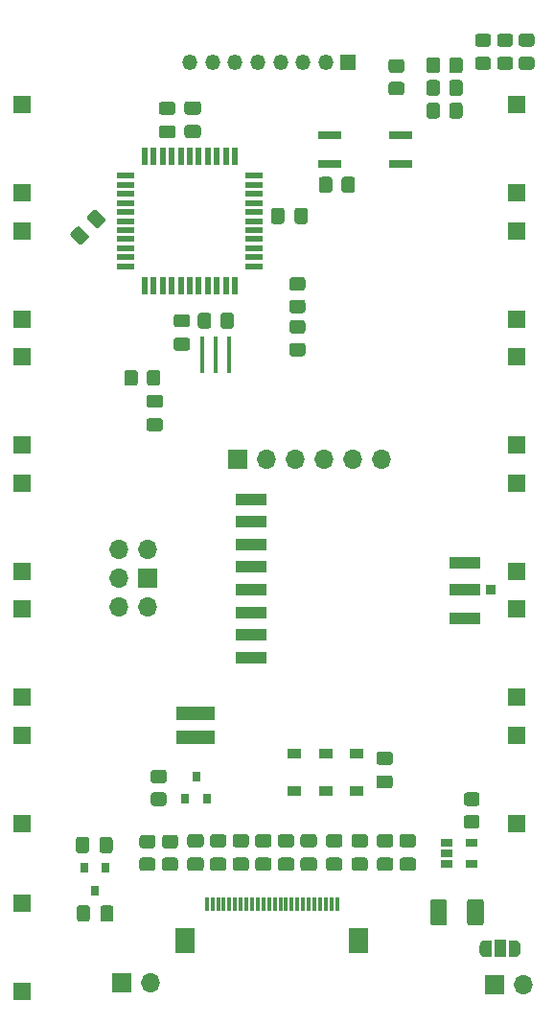
<source format=gbr>
%TF.GenerationSoftware,KiCad,Pcbnew,(5.1.9)-1*%
%TF.CreationDate,2021-02-20T13:35:58+01:00*%
%TF.ProjectId,HB-RC-12-EP-2,48422d52-432d-4313-922d-45502d322e6b,rev?*%
%TF.SameCoordinates,Original*%
%TF.FileFunction,Soldermask,Top*%
%TF.FilePolarity,Negative*%
%FSLAX46Y46*%
G04 Gerber Fmt 4.6, Leading zero omitted, Abs format (unit mm)*
G04 Created by KiCad (PCBNEW (5.1.9)-1) date 2021-02-20 13:35:58*
%MOMM*%
%LPD*%
G01*
G04 APERTURE LIST*
%ADD10O,1.350000X1.350000*%
%ADD11R,1.350000X1.350000*%
%ADD12R,1.000000X1.500000*%
%ADD13C,0.100000*%
%ADD14R,1.500000X0.550000*%
%ADD15R,0.550000X1.500000*%
%ADD16R,1.200000X0.900000*%
%ADD17R,0.300000X1.300000*%
%ADD18R,1.800000X2.200000*%
%ADD19R,2.000000X0.640000*%
%ADD20R,1.060000X0.650000*%
%ADD21R,0.800000X0.900000*%
%ADD22R,2.750000X1.000000*%
%ADD23R,1.500000X1.500000*%
%ADD24R,0.400000X3.200000*%
%ADD25R,3.400000X1.300000*%
%ADD26O,1.700000X1.700000*%
%ADD27R,1.700000X1.700000*%
%ADD28R,0.850000X0.850000*%
G04 APERTURE END LIST*
%TO.C,R10*%
G36*
G01*
X134799999Y-78150000D02*
X135700001Y-78150000D01*
G75*
G02*
X135950000Y-78399999I0J-249999D01*
G01*
X135950000Y-79100001D01*
G75*
G02*
X135700001Y-79350000I-249999J0D01*
G01*
X134799999Y-79350000D01*
G75*
G02*
X134550000Y-79100001I0J249999D01*
G01*
X134550000Y-78399999D01*
G75*
G02*
X134799999Y-78150000I249999J0D01*
G01*
G37*
G36*
G01*
X134799999Y-76150000D02*
X135700001Y-76150000D01*
G75*
G02*
X135950000Y-76399999I0J-249999D01*
G01*
X135950000Y-77100001D01*
G75*
G02*
X135700001Y-77350000I-249999J0D01*
G01*
X134799999Y-77350000D01*
G75*
G02*
X134550000Y-77100001I0J249999D01*
G01*
X134550000Y-76399999D01*
G75*
G02*
X134799999Y-76150000I249999J0D01*
G01*
G37*
%TD*%
D10*
%TO.C,K1*%
X117000000Y-76400000D03*
X119000000Y-76400000D03*
X121000000Y-76400000D03*
X123000000Y-76400000D03*
X125000000Y-76400000D03*
X127000000Y-76400000D03*
X129000000Y-76400000D03*
D11*
X131000000Y-76400000D03*
%TD*%
D12*
%TO.C,JP1*%
X144400000Y-154700000D03*
D13*
G36*
X145700000Y-153950602D02*
G01*
X145724534Y-153950602D01*
X145773365Y-153955412D01*
X145821490Y-153964984D01*
X145868445Y-153979228D01*
X145913778Y-153998005D01*
X145957051Y-154021136D01*
X145997850Y-154048396D01*
X146035779Y-154079524D01*
X146070476Y-154114221D01*
X146101604Y-154152150D01*
X146128864Y-154192949D01*
X146151995Y-154236222D01*
X146170772Y-154281555D01*
X146185016Y-154328510D01*
X146194588Y-154376635D01*
X146199398Y-154425466D01*
X146199398Y-154450000D01*
X146200000Y-154450000D01*
X146200000Y-154950000D01*
X146199398Y-154950000D01*
X146199398Y-154974534D01*
X146194588Y-155023365D01*
X146185016Y-155071490D01*
X146170772Y-155118445D01*
X146151995Y-155163778D01*
X146128864Y-155207051D01*
X146101604Y-155247850D01*
X146070476Y-155285779D01*
X146035779Y-155320476D01*
X145997850Y-155351604D01*
X145957051Y-155378864D01*
X145913778Y-155401995D01*
X145868445Y-155420772D01*
X145821490Y-155435016D01*
X145773365Y-155444588D01*
X145724534Y-155449398D01*
X145700000Y-155449398D01*
X145700000Y-155450000D01*
X145150000Y-155450000D01*
X145150000Y-153950000D01*
X145700000Y-153950000D01*
X145700000Y-153950602D01*
G37*
G36*
X143650000Y-155450000D02*
G01*
X143100000Y-155450000D01*
X143100000Y-155449398D01*
X143075466Y-155449398D01*
X143026635Y-155444588D01*
X142978510Y-155435016D01*
X142931555Y-155420772D01*
X142886222Y-155401995D01*
X142842949Y-155378864D01*
X142802150Y-155351604D01*
X142764221Y-155320476D01*
X142729524Y-155285779D01*
X142698396Y-155247850D01*
X142671136Y-155207051D01*
X142648005Y-155163778D01*
X142629228Y-155118445D01*
X142614984Y-155071490D01*
X142605412Y-155023365D01*
X142600602Y-154974534D01*
X142600602Y-154950000D01*
X142600000Y-154950000D01*
X142600000Y-154450000D01*
X142600602Y-154450000D01*
X142600602Y-154425466D01*
X142605412Y-154376635D01*
X142614984Y-154328510D01*
X142629228Y-154281555D01*
X142648005Y-154236222D01*
X142671136Y-154192949D01*
X142698396Y-154152150D01*
X142729524Y-154114221D01*
X142764221Y-154079524D01*
X142802150Y-154048396D01*
X142842949Y-154021136D01*
X142886222Y-153998005D01*
X142931555Y-153979228D01*
X142978510Y-153964984D01*
X143026635Y-153955412D01*
X143075466Y-153950602D01*
X143100000Y-153950602D01*
X143100000Y-153950000D01*
X143650000Y-153950000D01*
X143650000Y-155450000D01*
G37*
%TD*%
%TO.C,C17*%
G36*
G01*
X107346121Y-90982517D02*
X108017483Y-91653879D01*
G75*
G02*
X108017483Y-92007821I-176971J-176971D01*
G01*
X107540575Y-92484729D01*
G75*
G02*
X107186633Y-92484729I-176971J176971D01*
G01*
X106515271Y-91813367D01*
G75*
G02*
X106515271Y-91459425I176971J176971D01*
G01*
X106992179Y-90982517D01*
G75*
G02*
X107346121Y-90982517I176971J-176971D01*
G01*
G37*
G36*
G01*
X108813173Y-89515076D02*
X109484924Y-90186827D01*
G75*
G02*
X109484924Y-90540381I-176777J-176777D01*
G01*
X109007627Y-91017678D01*
G75*
G02*
X108654073Y-91017678I-176777J176777D01*
G01*
X107982322Y-90345927D01*
G75*
G02*
X107982322Y-89992373I176777J176777D01*
G01*
X108459619Y-89515076D01*
G75*
G02*
X108813173Y-89515076I176777J-176777D01*
G01*
G37*
%TD*%
D14*
%TO.C,U1*%
X111300000Y-94450000D03*
X111300000Y-93650000D03*
X111300000Y-92850000D03*
X111300000Y-92050000D03*
X111300000Y-91250000D03*
X111300000Y-90450000D03*
X111300000Y-89650000D03*
X111300000Y-88850000D03*
X111300000Y-88050000D03*
X111300000Y-87250000D03*
X111300000Y-86450000D03*
D15*
X113000000Y-84750000D03*
X113800000Y-84750000D03*
X114600000Y-84750000D03*
X115400000Y-84750000D03*
X116200000Y-84750000D03*
X117000000Y-84750000D03*
X117800000Y-84750000D03*
X118600000Y-84750000D03*
X119400000Y-84750000D03*
X120200000Y-84750000D03*
X121000000Y-84750000D03*
D14*
X122700000Y-86450000D03*
X122700000Y-87250000D03*
X122700000Y-88050000D03*
X122700000Y-88850000D03*
X122700000Y-89650000D03*
X122700000Y-90450000D03*
X122700000Y-91250000D03*
X122700000Y-92050000D03*
X122700000Y-92850000D03*
X122700000Y-93650000D03*
X122700000Y-94450000D03*
D15*
X121000000Y-96150000D03*
X120200000Y-96150000D03*
X119400000Y-96150000D03*
X118600000Y-96150000D03*
X117800000Y-96150000D03*
X117000000Y-96150000D03*
X116200000Y-96150000D03*
X115400000Y-96150000D03*
X114600000Y-96150000D03*
X113800000Y-96150000D03*
X113000000Y-96150000D03*
%TD*%
%TO.C,R8*%
G36*
G01*
X114700001Y-140100000D02*
X113799999Y-140100000D01*
G75*
G02*
X113550000Y-139850001I0J249999D01*
G01*
X113550000Y-139149999D01*
G75*
G02*
X113799999Y-138900000I249999J0D01*
G01*
X114700001Y-138900000D01*
G75*
G02*
X114950000Y-139149999I0J-249999D01*
G01*
X114950000Y-139850001D01*
G75*
G02*
X114700001Y-140100000I-249999J0D01*
G01*
G37*
G36*
G01*
X114700001Y-142100000D02*
X113799999Y-142100000D01*
G75*
G02*
X113550000Y-141850001I0J249999D01*
G01*
X113550000Y-141149999D01*
G75*
G02*
X113799999Y-140900000I249999J0D01*
G01*
X114700001Y-140900000D01*
G75*
G02*
X114950000Y-141149999I0J-249999D01*
G01*
X114950000Y-141850001D01*
G75*
G02*
X114700001Y-142100000I-249999J0D01*
G01*
G37*
%TD*%
%TO.C,R8-2*%
G36*
G01*
X113700001Y-145850000D02*
X112799999Y-145850000D01*
G75*
G02*
X112550000Y-145600001I0J249999D01*
G01*
X112550000Y-144899999D01*
G75*
G02*
X112799999Y-144650000I249999J0D01*
G01*
X113700001Y-144650000D01*
G75*
G02*
X113950000Y-144899999I0J-249999D01*
G01*
X113950000Y-145600001D01*
G75*
G02*
X113700001Y-145850000I-249999J0D01*
G01*
G37*
G36*
G01*
X113700001Y-147850000D02*
X112799999Y-147850000D01*
G75*
G02*
X112550000Y-147600001I0J249999D01*
G01*
X112550000Y-146899999D01*
G75*
G02*
X112799999Y-146650000I249999J0D01*
G01*
X113700001Y-146650000D01*
G75*
G02*
X113950000Y-146899999I0J-249999D01*
G01*
X113950000Y-147600001D01*
G75*
G02*
X113700001Y-147850000I-249999J0D01*
G01*
G37*
%TD*%
%TO.C,C4*%
G36*
G01*
X123975000Y-145762500D02*
X123025000Y-145762500D01*
G75*
G02*
X122775000Y-145512500I0J250000D01*
G01*
X122775000Y-144837500D01*
G75*
G02*
X123025000Y-144587500I250000J0D01*
G01*
X123975000Y-144587500D01*
G75*
G02*
X124225000Y-144837500I0J-250000D01*
G01*
X124225000Y-145512500D01*
G75*
G02*
X123975000Y-145762500I-250000J0D01*
G01*
G37*
G36*
G01*
X123975000Y-147837500D02*
X123025000Y-147837500D01*
G75*
G02*
X122775000Y-147587500I0J250000D01*
G01*
X122775000Y-146912500D01*
G75*
G02*
X123025000Y-146662500I250000J0D01*
G01*
X123975000Y-146662500D01*
G75*
G02*
X124225000Y-146912500I0J-250000D01*
G01*
X124225000Y-147587500D01*
G75*
G02*
X123975000Y-147837500I-250000J0D01*
G01*
G37*
%TD*%
D16*
%TO.C,D5*%
X131750000Y-140750000D03*
X131750000Y-137450000D03*
%TD*%
%TO.C,D4*%
X129000000Y-137450000D03*
X129000000Y-140750000D03*
%TD*%
D17*
%TO.C,J3*%
X130000000Y-150750000D03*
X129500000Y-150750000D03*
X129000000Y-150750000D03*
X128500000Y-150750000D03*
X128000000Y-150750000D03*
X127500000Y-150750000D03*
X127000000Y-150750000D03*
X126500000Y-150750000D03*
X126000000Y-150750000D03*
X125500000Y-150750000D03*
X125000000Y-150750000D03*
X124500000Y-150750000D03*
X124000000Y-150750000D03*
X123500000Y-150750000D03*
X123000000Y-150750000D03*
X122500000Y-150750000D03*
X122000000Y-150750000D03*
X121500000Y-150750000D03*
X121000000Y-150750000D03*
X120500000Y-150750000D03*
X120000000Y-150750000D03*
X119500000Y-150750000D03*
X119000000Y-150750000D03*
X118500000Y-150750000D03*
D18*
X116600000Y-154000000D03*
X131900000Y-154000000D03*
%TD*%
%TO.C,R12*%
G36*
G01*
X118900000Y-98799999D02*
X118900000Y-99700001D01*
G75*
G02*
X118650001Y-99950000I-249999J0D01*
G01*
X117949999Y-99950000D01*
G75*
G02*
X117700000Y-99700001I0J249999D01*
G01*
X117700000Y-98799999D01*
G75*
G02*
X117949999Y-98550000I249999J0D01*
G01*
X118650001Y-98550000D01*
G75*
G02*
X118900000Y-98799999I0J-249999D01*
G01*
G37*
G36*
G01*
X120900000Y-98799999D02*
X120900000Y-99700001D01*
G75*
G02*
X120650001Y-99950000I-249999J0D01*
G01*
X119949999Y-99950000D01*
G75*
G02*
X119700000Y-99700001I0J249999D01*
G01*
X119700000Y-98799999D01*
G75*
G02*
X119949999Y-98550000I249999J0D01*
G01*
X120650001Y-98550000D01*
G75*
G02*
X120900000Y-98799999I0J-249999D01*
G01*
G37*
%TD*%
D19*
%TO.C,U5*%
X129350000Y-85370000D03*
X129350000Y-82830000D03*
X135650000Y-82830000D03*
X135650000Y-85370000D03*
%TD*%
D20*
%TO.C,U4*%
X141900000Y-145350000D03*
X141900000Y-147250000D03*
X139700000Y-147250000D03*
X139700000Y-146300000D03*
X139700000Y-145350000D03*
%TD*%
D21*
%TO.C,U3*%
X108600000Y-149550000D03*
X107650000Y-147550000D03*
X109550000Y-147550000D03*
%TD*%
D22*
%TO.C,U2*%
X122400000Y-129000000D03*
X122400000Y-127000000D03*
X122400000Y-125000000D03*
X141300000Y-125500000D03*
X122400000Y-123000000D03*
X141300000Y-123000000D03*
X122400000Y-121000000D03*
X141300000Y-120600000D03*
X122400000Y-119000000D03*
X122400000Y-117000000D03*
X122400000Y-115000000D03*
%TD*%
D23*
%TO.C,SW13*%
X102150000Y-150650000D03*
X102150000Y-158450000D03*
%TD*%
%TO.C,SW12*%
X145850000Y-135830000D03*
X145850000Y-143630000D03*
%TD*%
%TO.C,SW11*%
X145850000Y-132500000D03*
X145850000Y-124700000D03*
%TD*%
%TO.C,SW10*%
X145850000Y-113570000D03*
X145850000Y-121370000D03*
%TD*%
%TO.C,SW9*%
X145850000Y-102440000D03*
X145850000Y-110240000D03*
%TD*%
%TO.C,SW8*%
X145850000Y-91310000D03*
X145850000Y-99110000D03*
%TD*%
%TO.C,SW7*%
X145850000Y-87980000D03*
X145850000Y-80180000D03*
%TD*%
%TO.C,SW6*%
X102150000Y-135850000D03*
X102150000Y-143650000D03*
%TD*%
%TO.C,SW5*%
X102150000Y-124700000D03*
X102150000Y-132500000D03*
%TD*%
%TO.C,SW4*%
X102150000Y-113570000D03*
X102150000Y-121370000D03*
%TD*%
%TO.C,SW3*%
X102150000Y-102440000D03*
X102150000Y-110240000D03*
%TD*%
%TO.C,SW2*%
X102150000Y-91310000D03*
X102150000Y-99110000D03*
%TD*%
%TO.C,SW1*%
X102150000Y-80180000D03*
X102150000Y-87980000D03*
%TD*%
%TO.C,R8-1*%
G36*
G01*
X115700001Y-145850000D02*
X114799999Y-145850000D01*
G75*
G02*
X114550000Y-145600001I0J249999D01*
G01*
X114550000Y-144899999D01*
G75*
G02*
X114799999Y-144650000I249999J0D01*
G01*
X115700001Y-144650000D01*
G75*
G02*
X115950000Y-144899999I0J-249999D01*
G01*
X115950000Y-145600001D01*
G75*
G02*
X115700001Y-145850000I-249999J0D01*
G01*
G37*
G36*
G01*
X115700001Y-147850000D02*
X114799999Y-147850000D01*
G75*
G02*
X114550000Y-147600001I0J249999D01*
G01*
X114550000Y-146899999D01*
G75*
G02*
X114799999Y-146650000I249999J0D01*
G01*
X115700001Y-146650000D01*
G75*
G02*
X115950000Y-146899999I0J-249999D01*
G01*
X115950000Y-147600001D01*
G75*
G02*
X115700001Y-147850000I-249999J0D01*
G01*
G37*
%TD*%
%TO.C,R13*%
G36*
G01*
X129600000Y-86799999D02*
X129600000Y-87700001D01*
G75*
G02*
X129350001Y-87950000I-249999J0D01*
G01*
X128649999Y-87950000D01*
G75*
G02*
X128400000Y-87700001I0J249999D01*
G01*
X128400000Y-86799999D01*
G75*
G02*
X128649999Y-86550000I249999J0D01*
G01*
X129350001Y-86550000D01*
G75*
G02*
X129600000Y-86799999I0J-249999D01*
G01*
G37*
G36*
G01*
X131600000Y-86799999D02*
X131600000Y-87700001D01*
G75*
G02*
X131350001Y-87950000I-249999J0D01*
G01*
X130649999Y-87950000D01*
G75*
G02*
X130400000Y-87700001I0J249999D01*
G01*
X130400000Y-86799999D01*
G75*
G02*
X130649999Y-86550000I249999J0D01*
G01*
X131350001Y-86550000D01*
G75*
G02*
X131600000Y-86799999I0J-249999D01*
G01*
G37*
%TD*%
%TO.C,R11*%
G36*
G01*
X139900000Y-77150001D02*
X139900000Y-76249999D01*
G75*
G02*
X140149999Y-76000000I249999J0D01*
G01*
X140850001Y-76000000D01*
G75*
G02*
X141100000Y-76249999I0J-249999D01*
G01*
X141100000Y-77150001D01*
G75*
G02*
X140850001Y-77400000I-249999J0D01*
G01*
X140149999Y-77400000D01*
G75*
G02*
X139900000Y-77150001I0J249999D01*
G01*
G37*
G36*
G01*
X137900000Y-77150001D02*
X137900000Y-76249999D01*
G75*
G02*
X138149999Y-76000000I249999J0D01*
G01*
X138850001Y-76000000D01*
G75*
G02*
X139100000Y-76249999I0J-249999D01*
G01*
X139100000Y-77150001D01*
G75*
G02*
X138850001Y-77400000I-249999J0D01*
G01*
X138149999Y-77400000D01*
G75*
G02*
X137900000Y-77150001I0J249999D01*
G01*
G37*
%TD*%
%TO.C,R9*%
G36*
G01*
X142350001Y-142100000D02*
X141449999Y-142100000D01*
G75*
G02*
X141200000Y-141850001I0J249999D01*
G01*
X141200000Y-141149999D01*
G75*
G02*
X141449999Y-140900000I249999J0D01*
G01*
X142350001Y-140900000D01*
G75*
G02*
X142600000Y-141149999I0J-249999D01*
G01*
X142600000Y-141850001D01*
G75*
G02*
X142350001Y-142100000I-249999J0D01*
G01*
G37*
G36*
G01*
X142350001Y-144100000D02*
X141449999Y-144100000D01*
G75*
G02*
X141200000Y-143850001I0J249999D01*
G01*
X141200000Y-143149999D01*
G75*
G02*
X141449999Y-142900000I249999J0D01*
G01*
X142350001Y-142900000D01*
G75*
G02*
X142600000Y-143149999I0J-249999D01*
G01*
X142600000Y-143850001D01*
G75*
G02*
X142350001Y-144100000I-249999J0D01*
G01*
G37*
%TD*%
%TO.C,R5*%
G36*
G01*
X126950001Y-96600000D02*
X126049999Y-96600000D01*
G75*
G02*
X125800000Y-96350001I0J249999D01*
G01*
X125800000Y-95649999D01*
G75*
G02*
X126049999Y-95400000I249999J0D01*
G01*
X126950001Y-95400000D01*
G75*
G02*
X127200000Y-95649999I0J-249999D01*
G01*
X127200000Y-96350001D01*
G75*
G02*
X126950001Y-96600000I-249999J0D01*
G01*
G37*
G36*
G01*
X126950001Y-98600000D02*
X126049999Y-98600000D01*
G75*
G02*
X125800000Y-98350001I0J249999D01*
G01*
X125800000Y-97649999D01*
G75*
G02*
X126049999Y-97400000I249999J0D01*
G01*
X126950001Y-97400000D01*
G75*
G02*
X127200000Y-97649999I0J-249999D01*
G01*
X127200000Y-98350001D01*
G75*
G02*
X126950001Y-98600000I-249999J0D01*
G01*
G37*
%TD*%
%TO.C,R4*%
G36*
G01*
X126950001Y-100400000D02*
X126049999Y-100400000D01*
G75*
G02*
X125800000Y-100150001I0J249999D01*
G01*
X125800000Y-99449999D01*
G75*
G02*
X126049999Y-99200000I249999J0D01*
G01*
X126950001Y-99200000D01*
G75*
G02*
X127200000Y-99449999I0J-249999D01*
G01*
X127200000Y-100150001D01*
G75*
G02*
X126950001Y-100400000I-249999J0D01*
G01*
G37*
G36*
G01*
X126950001Y-102400000D02*
X126049999Y-102400000D01*
G75*
G02*
X125800000Y-102150001I0J249999D01*
G01*
X125800000Y-101449999D01*
G75*
G02*
X126049999Y-101200000I249999J0D01*
G01*
X126950001Y-101200000D01*
G75*
G02*
X127200000Y-101449999I0J-249999D01*
G01*
X127200000Y-102150001D01*
G75*
G02*
X126950001Y-102400000I-249999J0D01*
G01*
G37*
%TD*%
%TO.C,R3*%
G36*
G01*
X113200000Y-104750001D02*
X113200000Y-103849999D01*
G75*
G02*
X113449999Y-103600000I249999J0D01*
G01*
X114150001Y-103600000D01*
G75*
G02*
X114400000Y-103849999I0J-249999D01*
G01*
X114400000Y-104750001D01*
G75*
G02*
X114150001Y-105000000I-249999J0D01*
G01*
X113449999Y-105000000D01*
G75*
G02*
X113200000Y-104750001I0J249999D01*
G01*
G37*
G36*
G01*
X111200000Y-104750001D02*
X111200000Y-103849999D01*
G75*
G02*
X111449999Y-103600000I249999J0D01*
G01*
X112150001Y-103600000D01*
G75*
G02*
X112400000Y-103849999I0J-249999D01*
G01*
X112400000Y-104750001D01*
G75*
G02*
X112150001Y-105000000I-249999J0D01*
G01*
X111449999Y-105000000D01*
G75*
G02*
X111200000Y-104750001I0J249999D01*
G01*
G37*
%TD*%
%TO.C,R2*%
G36*
G01*
X139900000Y-79150001D02*
X139900000Y-78249999D01*
G75*
G02*
X140149999Y-78000000I249999J0D01*
G01*
X140850001Y-78000000D01*
G75*
G02*
X141100000Y-78249999I0J-249999D01*
G01*
X141100000Y-79150001D01*
G75*
G02*
X140850001Y-79400000I-249999J0D01*
G01*
X140149999Y-79400000D01*
G75*
G02*
X139900000Y-79150001I0J249999D01*
G01*
G37*
G36*
G01*
X137900000Y-79150001D02*
X137900000Y-78249999D01*
G75*
G02*
X138149999Y-78000000I249999J0D01*
G01*
X138850001Y-78000000D01*
G75*
G02*
X139100000Y-78249999I0J-249999D01*
G01*
X139100000Y-79150001D01*
G75*
G02*
X138850001Y-79400000I-249999J0D01*
G01*
X138149999Y-79400000D01*
G75*
G02*
X137900000Y-79150001I0J249999D01*
G01*
G37*
%TD*%
%TO.C,R1*%
G36*
G01*
X139900000Y-81150001D02*
X139900000Y-80249999D01*
G75*
G02*
X140149999Y-80000000I249999J0D01*
G01*
X140850001Y-80000000D01*
G75*
G02*
X141100000Y-80249999I0J-249999D01*
G01*
X141100000Y-81150001D01*
G75*
G02*
X140850001Y-81400000I-249999J0D01*
G01*
X140149999Y-81400000D01*
G75*
G02*
X139900000Y-81150001I0J249999D01*
G01*
G37*
G36*
G01*
X137900000Y-81150001D02*
X137900000Y-80249999D01*
G75*
G02*
X138149999Y-80000000I249999J0D01*
G01*
X138850001Y-80000000D01*
G75*
G02*
X139100000Y-80249999I0J-249999D01*
G01*
X139100000Y-81150001D01*
G75*
G02*
X138850001Y-81400000I-249999J0D01*
G01*
X138149999Y-81400000D01*
G75*
G02*
X137900000Y-81150001I0J249999D01*
G01*
G37*
%TD*%
D21*
%TO.C,Q2*%
X117550000Y-139500000D03*
X118500000Y-141500000D03*
X116600000Y-141500000D03*
%TD*%
D24*
%TO.C,Q1*%
X118100000Y-102250000D03*
X119300000Y-102250000D03*
X120500000Y-102250000D03*
%TD*%
D25*
%TO.C,L1*%
X117500000Y-136000000D03*
X117500000Y-133900000D03*
%TD*%
D26*
%TO.C,J6*%
X113540000Y-157750000D03*
D27*
X111000000Y-157750000D03*
%TD*%
D26*
%TO.C,J5*%
X146440000Y-157900000D03*
D27*
X143900000Y-157900000D03*
%TD*%
D28*
%TO.C,J1*%
X143600000Y-123000000D03*
%TD*%
D26*
%TO.C,ISP1*%
X110710000Y-124540000D03*
X113250000Y-124540000D03*
X110710000Y-122000000D03*
D27*
X113250000Y-122000000D03*
D26*
X110710000Y-119460000D03*
X113250000Y-119460000D03*
%TD*%
%TO.C,FTDI1*%
X133950000Y-111500000D03*
X131410000Y-111500000D03*
X128870000Y-111500000D03*
X126330000Y-111500000D03*
X123790000Y-111500000D03*
D27*
X121250000Y-111500000D03*
%TD*%
%TO.C,D6*%
G36*
G01*
X143350001Y-75050000D02*
X142449999Y-75050000D01*
G75*
G02*
X142200000Y-74800001I0J249999D01*
G01*
X142200000Y-74149999D01*
G75*
G02*
X142449999Y-73900000I249999J0D01*
G01*
X143350001Y-73900000D01*
G75*
G02*
X143600000Y-74149999I0J-249999D01*
G01*
X143600000Y-74800001D01*
G75*
G02*
X143350001Y-75050000I-249999J0D01*
G01*
G37*
G36*
G01*
X143350001Y-77100000D02*
X142449999Y-77100000D01*
G75*
G02*
X142200000Y-76850001I0J249999D01*
G01*
X142200000Y-76199999D01*
G75*
G02*
X142449999Y-75950000I249999J0D01*
G01*
X143350001Y-75950000D01*
G75*
G02*
X143600000Y-76199999I0J-249999D01*
G01*
X143600000Y-76850001D01*
G75*
G02*
X143350001Y-77100000I-249999J0D01*
G01*
G37*
%TD*%
D16*
%TO.C,D3*%
X126250000Y-137450000D03*
X126250000Y-140750000D03*
%TD*%
%TO.C,D2*%
G36*
G01*
X144399999Y-75950000D02*
X145300001Y-75950000D01*
G75*
G02*
X145550000Y-76199999I0J-249999D01*
G01*
X145550000Y-76850001D01*
G75*
G02*
X145300001Y-77100000I-249999J0D01*
G01*
X144399999Y-77100000D01*
G75*
G02*
X144150000Y-76850001I0J249999D01*
G01*
X144150000Y-76199999D01*
G75*
G02*
X144399999Y-75950000I249999J0D01*
G01*
G37*
G36*
G01*
X144399999Y-73900000D02*
X145300001Y-73900000D01*
G75*
G02*
X145550000Y-74149999I0J-249999D01*
G01*
X145550000Y-74800001D01*
G75*
G02*
X145300001Y-75050000I-249999J0D01*
G01*
X144399999Y-75050000D01*
G75*
G02*
X144150000Y-74800001I0J249999D01*
G01*
X144150000Y-74149999D01*
G75*
G02*
X144399999Y-73900000I249999J0D01*
G01*
G37*
%TD*%
%TO.C,D1*%
G36*
G01*
X146299999Y-75945000D02*
X147200001Y-75945000D01*
G75*
G02*
X147450000Y-76194999I0J-249999D01*
G01*
X147450000Y-76845001D01*
G75*
G02*
X147200001Y-77095000I-249999J0D01*
G01*
X146299999Y-77095000D01*
G75*
G02*
X146050000Y-76845001I0J249999D01*
G01*
X146050000Y-76194999D01*
G75*
G02*
X146299999Y-75945000I249999J0D01*
G01*
G37*
G36*
G01*
X146299999Y-73895000D02*
X147200001Y-73895000D01*
G75*
G02*
X147450000Y-74144999I0J-249999D01*
G01*
X147450000Y-74795001D01*
G75*
G02*
X147200001Y-75045000I-249999J0D01*
G01*
X146299999Y-75045000D01*
G75*
G02*
X146050000Y-74795001I0J249999D01*
G01*
X146050000Y-74144999D01*
G75*
G02*
X146299999Y-73895000I249999J0D01*
G01*
G37*
%TD*%
%TO.C,C20*%
G36*
G01*
X109012500Y-146025000D02*
X109012500Y-145075000D01*
G75*
G02*
X109262500Y-144825000I250000J0D01*
G01*
X109937500Y-144825000D01*
G75*
G02*
X110187500Y-145075000I0J-250000D01*
G01*
X110187500Y-146025000D01*
G75*
G02*
X109937500Y-146275000I-250000J0D01*
G01*
X109262500Y-146275000D01*
G75*
G02*
X109012500Y-146025000I0J250000D01*
G01*
G37*
G36*
G01*
X106937500Y-146025000D02*
X106937500Y-145075000D01*
G75*
G02*
X107187500Y-144825000I250000J0D01*
G01*
X107862500Y-144825000D01*
G75*
G02*
X108112500Y-145075000I0J-250000D01*
G01*
X108112500Y-146025000D01*
G75*
G02*
X107862500Y-146275000I-250000J0D01*
G01*
X107187500Y-146275000D01*
G75*
G02*
X106937500Y-146025000I0J250000D01*
G01*
G37*
%TD*%
%TO.C,C19*%
G36*
G01*
X108187500Y-151125000D02*
X108187500Y-152075000D01*
G75*
G02*
X107937500Y-152325000I-250000J0D01*
G01*
X107262500Y-152325000D01*
G75*
G02*
X107012500Y-152075000I0J250000D01*
G01*
X107012500Y-151125000D01*
G75*
G02*
X107262500Y-150875000I250000J0D01*
G01*
X107937500Y-150875000D01*
G75*
G02*
X108187500Y-151125000I0J-250000D01*
G01*
G37*
G36*
G01*
X110262500Y-151125000D02*
X110262500Y-152075000D01*
G75*
G02*
X110012500Y-152325000I-250000J0D01*
G01*
X109337500Y-152325000D01*
G75*
G02*
X109087500Y-152075000I0J250000D01*
G01*
X109087500Y-151125000D01*
G75*
G02*
X109337500Y-150875000I250000J0D01*
G01*
X110012500Y-150875000D01*
G75*
G02*
X110262500Y-151125000I0J-250000D01*
G01*
G37*
%TD*%
%TO.C,C18*%
G36*
G01*
X139725000Y-150575000D02*
X139725000Y-152425000D01*
G75*
G02*
X139475000Y-152675000I-250000J0D01*
G01*
X138475000Y-152675000D01*
G75*
G02*
X138225000Y-152425000I0J250000D01*
G01*
X138225000Y-150575000D01*
G75*
G02*
X138475000Y-150325000I250000J0D01*
G01*
X139475000Y-150325000D01*
G75*
G02*
X139725000Y-150575000I0J-250000D01*
G01*
G37*
G36*
G01*
X142975000Y-150575000D02*
X142975000Y-152425000D01*
G75*
G02*
X142725000Y-152675000I-250000J0D01*
G01*
X141725000Y-152675000D01*
G75*
G02*
X141475000Y-152425000I0J250000D01*
G01*
X141475000Y-150575000D01*
G75*
G02*
X141725000Y-150325000I250000J0D01*
G01*
X142725000Y-150325000D01*
G75*
G02*
X142975000Y-150575000I0J-250000D01*
G01*
G37*
%TD*%
%TO.C,C16*%
G36*
G01*
X117725000Y-81050000D02*
X116775000Y-81050000D01*
G75*
G02*
X116525000Y-80800000I0J250000D01*
G01*
X116525000Y-80125000D01*
G75*
G02*
X116775000Y-79875000I250000J0D01*
G01*
X117725000Y-79875000D01*
G75*
G02*
X117975000Y-80125000I0J-250000D01*
G01*
X117975000Y-80800000D01*
G75*
G02*
X117725000Y-81050000I-250000J0D01*
G01*
G37*
G36*
G01*
X117725000Y-83125000D02*
X116775000Y-83125000D01*
G75*
G02*
X116525000Y-82875000I0J250000D01*
G01*
X116525000Y-82200000D01*
G75*
G02*
X116775000Y-81950000I250000J0D01*
G01*
X117725000Y-81950000D01*
G75*
G02*
X117975000Y-82200000I0J-250000D01*
G01*
X117975000Y-82875000D01*
G75*
G02*
X117725000Y-83125000I-250000J0D01*
G01*
G37*
%TD*%
%TO.C,C15*%
G36*
G01*
X126250000Y-90475000D02*
X126250000Y-89525000D01*
G75*
G02*
X126500000Y-89275000I250000J0D01*
G01*
X127175000Y-89275000D01*
G75*
G02*
X127425000Y-89525000I0J-250000D01*
G01*
X127425000Y-90475000D01*
G75*
G02*
X127175000Y-90725000I-250000J0D01*
G01*
X126500000Y-90725000D01*
G75*
G02*
X126250000Y-90475000I0J250000D01*
G01*
G37*
G36*
G01*
X124175000Y-90475000D02*
X124175000Y-89525000D01*
G75*
G02*
X124425000Y-89275000I250000J0D01*
G01*
X125100000Y-89275000D01*
G75*
G02*
X125350000Y-89525000I0J-250000D01*
G01*
X125350000Y-90475000D01*
G75*
G02*
X125100000Y-90725000I-250000J0D01*
G01*
X124425000Y-90725000D01*
G75*
G02*
X124175000Y-90475000I0J250000D01*
G01*
G37*
%TD*%
%TO.C,C14*%
G36*
G01*
X115825000Y-100737500D02*
X116775000Y-100737500D01*
G75*
G02*
X117025000Y-100987500I0J-250000D01*
G01*
X117025000Y-101662500D01*
G75*
G02*
X116775000Y-101912500I-250000J0D01*
G01*
X115825000Y-101912500D01*
G75*
G02*
X115575000Y-101662500I0J250000D01*
G01*
X115575000Y-100987500D01*
G75*
G02*
X115825000Y-100737500I250000J0D01*
G01*
G37*
G36*
G01*
X115825000Y-98662500D02*
X116775000Y-98662500D01*
G75*
G02*
X117025000Y-98912500I0J-250000D01*
G01*
X117025000Y-99587500D01*
G75*
G02*
X116775000Y-99837500I-250000J0D01*
G01*
X115825000Y-99837500D01*
G75*
G02*
X115575000Y-99587500I0J250000D01*
G01*
X115575000Y-98912500D01*
G75*
G02*
X115825000Y-98662500I250000J0D01*
G01*
G37*
%TD*%
%TO.C,C13*%
G36*
G01*
X133775000Y-146662500D02*
X134725000Y-146662500D01*
G75*
G02*
X134975000Y-146912500I0J-250000D01*
G01*
X134975000Y-147587500D01*
G75*
G02*
X134725000Y-147837500I-250000J0D01*
G01*
X133775000Y-147837500D01*
G75*
G02*
X133525000Y-147587500I0J250000D01*
G01*
X133525000Y-146912500D01*
G75*
G02*
X133775000Y-146662500I250000J0D01*
G01*
G37*
G36*
G01*
X133775000Y-144587500D02*
X134725000Y-144587500D01*
G75*
G02*
X134975000Y-144837500I0J-250000D01*
G01*
X134975000Y-145512500D01*
G75*
G02*
X134725000Y-145762500I-250000J0D01*
G01*
X133775000Y-145762500D01*
G75*
G02*
X133525000Y-145512500I0J250000D01*
G01*
X133525000Y-144837500D01*
G75*
G02*
X133775000Y-144587500I250000J0D01*
G01*
G37*
%TD*%
%TO.C,C12*%
G36*
G01*
X130225000Y-145762500D02*
X129275000Y-145762500D01*
G75*
G02*
X129025000Y-145512500I0J250000D01*
G01*
X129025000Y-144837500D01*
G75*
G02*
X129275000Y-144587500I250000J0D01*
G01*
X130225000Y-144587500D01*
G75*
G02*
X130475000Y-144837500I0J-250000D01*
G01*
X130475000Y-145512500D01*
G75*
G02*
X130225000Y-145762500I-250000J0D01*
G01*
G37*
G36*
G01*
X130225000Y-147837500D02*
X129275000Y-147837500D01*
G75*
G02*
X129025000Y-147587500I0J250000D01*
G01*
X129025000Y-146912500D01*
G75*
G02*
X129275000Y-146662500I250000J0D01*
G01*
X130225000Y-146662500D01*
G75*
G02*
X130475000Y-146912500I0J-250000D01*
G01*
X130475000Y-147587500D01*
G75*
G02*
X130225000Y-147837500I-250000J0D01*
G01*
G37*
%TD*%
%TO.C,C11*%
G36*
G01*
X134675000Y-138487500D02*
X133725000Y-138487500D01*
G75*
G02*
X133475000Y-138237500I0J250000D01*
G01*
X133475000Y-137562500D01*
G75*
G02*
X133725000Y-137312500I250000J0D01*
G01*
X134675000Y-137312500D01*
G75*
G02*
X134925000Y-137562500I0J-250000D01*
G01*
X134925000Y-138237500D01*
G75*
G02*
X134675000Y-138487500I-250000J0D01*
G01*
G37*
G36*
G01*
X134675000Y-140562500D02*
X133725000Y-140562500D01*
G75*
G02*
X133475000Y-140312500I0J250000D01*
G01*
X133475000Y-139637500D01*
G75*
G02*
X133725000Y-139387500I250000J0D01*
G01*
X134675000Y-139387500D01*
G75*
G02*
X134925000Y-139637500I0J-250000D01*
G01*
X134925000Y-140312500D01*
G75*
G02*
X134675000Y-140562500I-250000J0D01*
G01*
G37*
%TD*%
%TO.C,C10*%
G36*
G01*
X119975000Y-145762500D02*
X119025000Y-145762500D01*
G75*
G02*
X118775000Y-145512500I0J250000D01*
G01*
X118775000Y-144837500D01*
G75*
G02*
X119025000Y-144587500I250000J0D01*
G01*
X119975000Y-144587500D01*
G75*
G02*
X120225000Y-144837500I0J-250000D01*
G01*
X120225000Y-145512500D01*
G75*
G02*
X119975000Y-145762500I-250000J0D01*
G01*
G37*
G36*
G01*
X119975000Y-147837500D02*
X119025000Y-147837500D01*
G75*
G02*
X118775000Y-147587500I0J250000D01*
G01*
X118775000Y-146912500D01*
G75*
G02*
X119025000Y-146662500I250000J0D01*
G01*
X119975000Y-146662500D01*
G75*
G02*
X120225000Y-146912500I0J-250000D01*
G01*
X120225000Y-147587500D01*
G75*
G02*
X119975000Y-147837500I-250000J0D01*
G01*
G37*
%TD*%
%TO.C,C9*%
G36*
G01*
X117975000Y-145762500D02*
X117025000Y-145762500D01*
G75*
G02*
X116775000Y-145512500I0J250000D01*
G01*
X116775000Y-144837500D01*
G75*
G02*
X117025000Y-144587500I250000J0D01*
G01*
X117975000Y-144587500D01*
G75*
G02*
X118225000Y-144837500I0J-250000D01*
G01*
X118225000Y-145512500D01*
G75*
G02*
X117975000Y-145762500I-250000J0D01*
G01*
G37*
G36*
G01*
X117975000Y-147837500D02*
X117025000Y-147837500D01*
G75*
G02*
X116775000Y-147587500I0J250000D01*
G01*
X116775000Y-146912500D01*
G75*
G02*
X117025000Y-146662500I250000J0D01*
G01*
X117975000Y-146662500D01*
G75*
G02*
X118225000Y-146912500I0J-250000D01*
G01*
X118225000Y-147587500D01*
G75*
G02*
X117975000Y-147837500I-250000J0D01*
G01*
G37*
%TD*%
%TO.C,C8*%
G36*
G01*
X136725000Y-145762500D02*
X135775000Y-145762500D01*
G75*
G02*
X135525000Y-145512500I0J250000D01*
G01*
X135525000Y-144837500D01*
G75*
G02*
X135775000Y-144587500I250000J0D01*
G01*
X136725000Y-144587500D01*
G75*
G02*
X136975000Y-144837500I0J-250000D01*
G01*
X136975000Y-145512500D01*
G75*
G02*
X136725000Y-145762500I-250000J0D01*
G01*
G37*
G36*
G01*
X136725000Y-147837500D02*
X135775000Y-147837500D01*
G75*
G02*
X135525000Y-147587500I0J250000D01*
G01*
X135525000Y-146912500D01*
G75*
G02*
X135775000Y-146662500I250000J0D01*
G01*
X136725000Y-146662500D01*
G75*
G02*
X136975000Y-146912500I0J-250000D01*
G01*
X136975000Y-147587500D01*
G75*
G02*
X136725000Y-147837500I-250000J0D01*
G01*
G37*
%TD*%
%TO.C,C7*%
G36*
G01*
X132475000Y-145762500D02*
X131525000Y-145762500D01*
G75*
G02*
X131275000Y-145512500I0J250000D01*
G01*
X131275000Y-144837500D01*
G75*
G02*
X131525000Y-144587500I250000J0D01*
G01*
X132475000Y-144587500D01*
G75*
G02*
X132725000Y-144837500I0J-250000D01*
G01*
X132725000Y-145512500D01*
G75*
G02*
X132475000Y-145762500I-250000J0D01*
G01*
G37*
G36*
G01*
X132475000Y-147837500D02*
X131525000Y-147837500D01*
G75*
G02*
X131275000Y-147587500I0J250000D01*
G01*
X131275000Y-146912500D01*
G75*
G02*
X131525000Y-146662500I250000J0D01*
G01*
X132475000Y-146662500D01*
G75*
G02*
X132725000Y-146912500I0J-250000D01*
G01*
X132725000Y-147587500D01*
G75*
G02*
X132475000Y-147837500I-250000J0D01*
G01*
G37*
%TD*%
%TO.C,C6*%
G36*
G01*
X127975000Y-145762500D02*
X127025000Y-145762500D01*
G75*
G02*
X126775000Y-145512500I0J250000D01*
G01*
X126775000Y-144837500D01*
G75*
G02*
X127025000Y-144587500I250000J0D01*
G01*
X127975000Y-144587500D01*
G75*
G02*
X128225000Y-144837500I0J-250000D01*
G01*
X128225000Y-145512500D01*
G75*
G02*
X127975000Y-145762500I-250000J0D01*
G01*
G37*
G36*
G01*
X127975000Y-147837500D02*
X127025000Y-147837500D01*
G75*
G02*
X126775000Y-147587500I0J250000D01*
G01*
X126775000Y-146912500D01*
G75*
G02*
X127025000Y-146662500I250000J0D01*
G01*
X127975000Y-146662500D01*
G75*
G02*
X128225000Y-146912500I0J-250000D01*
G01*
X128225000Y-147587500D01*
G75*
G02*
X127975000Y-147837500I-250000J0D01*
G01*
G37*
%TD*%
%TO.C,C5*%
G36*
G01*
X125975000Y-145762500D02*
X125025000Y-145762500D01*
G75*
G02*
X124775000Y-145512500I0J250000D01*
G01*
X124775000Y-144837500D01*
G75*
G02*
X125025000Y-144587500I250000J0D01*
G01*
X125975000Y-144587500D01*
G75*
G02*
X126225000Y-144837500I0J-250000D01*
G01*
X126225000Y-145512500D01*
G75*
G02*
X125975000Y-145762500I-250000J0D01*
G01*
G37*
G36*
G01*
X125975000Y-147837500D02*
X125025000Y-147837500D01*
G75*
G02*
X124775000Y-147587500I0J250000D01*
G01*
X124775000Y-146912500D01*
G75*
G02*
X125025000Y-146662500I250000J0D01*
G01*
X125975000Y-146662500D01*
G75*
G02*
X126225000Y-146912500I0J-250000D01*
G01*
X126225000Y-147587500D01*
G75*
G02*
X125975000Y-147837500I-250000J0D01*
G01*
G37*
%TD*%
%TO.C,C3*%
G36*
G01*
X121975000Y-145762500D02*
X121025000Y-145762500D01*
G75*
G02*
X120775000Y-145512500I0J250000D01*
G01*
X120775000Y-144837500D01*
G75*
G02*
X121025000Y-144587500I250000J0D01*
G01*
X121975000Y-144587500D01*
G75*
G02*
X122225000Y-144837500I0J-250000D01*
G01*
X122225000Y-145512500D01*
G75*
G02*
X121975000Y-145762500I-250000J0D01*
G01*
G37*
G36*
G01*
X121975000Y-147837500D02*
X121025000Y-147837500D01*
G75*
G02*
X120775000Y-147587500I0J250000D01*
G01*
X120775000Y-146912500D01*
G75*
G02*
X121025000Y-146662500I250000J0D01*
G01*
X121975000Y-146662500D01*
G75*
G02*
X122225000Y-146912500I0J-250000D01*
G01*
X122225000Y-147587500D01*
G75*
G02*
X121975000Y-147837500I-250000J0D01*
G01*
G37*
%TD*%
%TO.C,C2*%
G36*
G01*
X115475000Y-81087500D02*
X114525000Y-81087500D01*
G75*
G02*
X114275000Y-80837500I0J250000D01*
G01*
X114275000Y-80162500D01*
G75*
G02*
X114525000Y-79912500I250000J0D01*
G01*
X115475000Y-79912500D01*
G75*
G02*
X115725000Y-80162500I0J-250000D01*
G01*
X115725000Y-80837500D01*
G75*
G02*
X115475000Y-81087500I-250000J0D01*
G01*
G37*
G36*
G01*
X115475000Y-83162500D02*
X114525000Y-83162500D01*
G75*
G02*
X114275000Y-82912500I0J250000D01*
G01*
X114275000Y-82237500D01*
G75*
G02*
X114525000Y-81987500I250000J0D01*
G01*
X115475000Y-81987500D01*
G75*
G02*
X115725000Y-82237500I0J-250000D01*
G01*
X115725000Y-82912500D01*
G75*
G02*
X115475000Y-83162500I-250000J0D01*
G01*
G37*
%TD*%
%TO.C,C1*%
G36*
G01*
X113425000Y-107850000D02*
X114375000Y-107850000D01*
G75*
G02*
X114625000Y-108100000I0J-250000D01*
G01*
X114625000Y-108775000D01*
G75*
G02*
X114375000Y-109025000I-250000J0D01*
G01*
X113425000Y-109025000D01*
G75*
G02*
X113175000Y-108775000I0J250000D01*
G01*
X113175000Y-108100000D01*
G75*
G02*
X113425000Y-107850000I250000J0D01*
G01*
G37*
G36*
G01*
X113425000Y-105775000D02*
X114375000Y-105775000D01*
G75*
G02*
X114625000Y-106025000I0J-250000D01*
G01*
X114625000Y-106700000D01*
G75*
G02*
X114375000Y-106950000I-250000J0D01*
G01*
X113425000Y-106950000D01*
G75*
G02*
X113175000Y-106700000I0J250000D01*
G01*
X113175000Y-106025000D01*
G75*
G02*
X113425000Y-105775000I250000J0D01*
G01*
G37*
%TD*%
M02*

</source>
